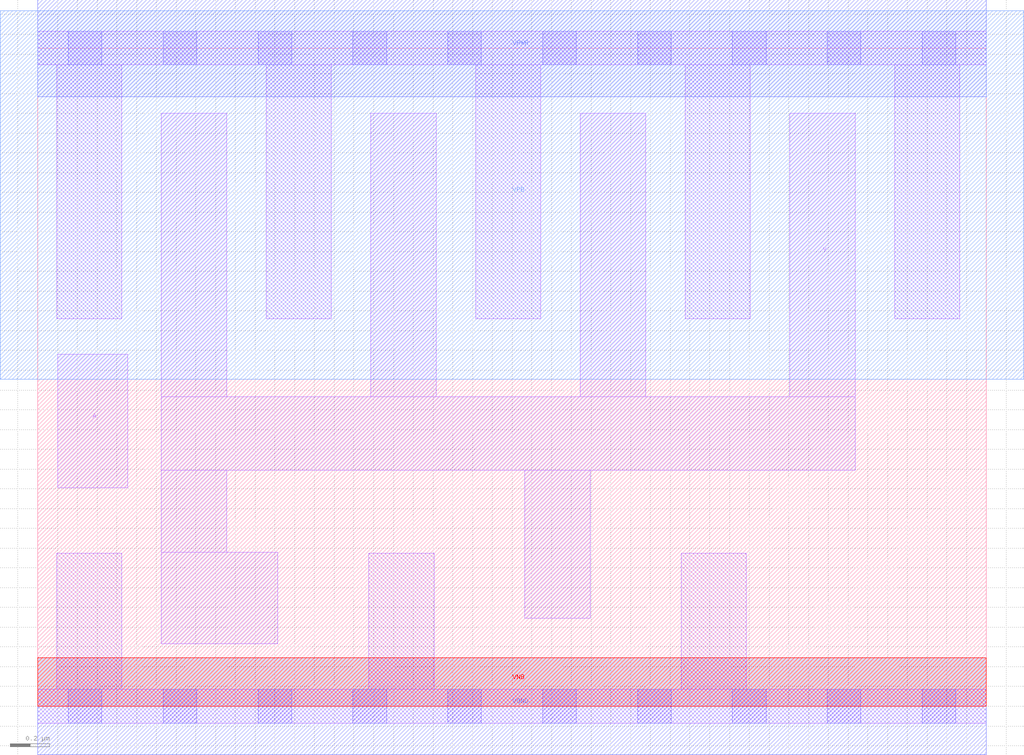
<source format=lef>
# Copyright 2020 The SkyWater PDK Authors
#
# Licensed under the Apache License, Version 2.0 (the "License");
# you may not use this file except in compliance with the License.
# You may obtain a copy of the License at
#
#     https://www.apache.org/licenses/LICENSE-2.0
#
# Unless required by applicable law or agreed to in writing, software
# distributed under the License is distributed on an "AS IS" BASIS,
# WITHOUT WARRANTIES OR CONDITIONS OF ANY KIND, either express or implied.
# See the License for the specific language governing permissions and
# limitations under the License.
#
# SPDX-License-Identifier: Apache-2.0

VERSION 5.7 ;
  NOWIREEXTENSIONATPIN ON ;
  DIVIDERCHAR "/" ;
  BUSBITCHARS "[]" ;
MACRO sky130_fd_sc_lp__clkinvlp_8
  CLASS CORE ;
  FOREIGN sky130_fd_sc_lp__clkinvlp_8 ;
  ORIGIN  0.000000  0.000000 ;
  SIZE  4.800000 BY  3.330000 ;
  SYMMETRY X Y R90 ;
  SITE unit ;
  PIN A
    ANTENNAGATEAREA  2.660000 ;
    DIRECTION INPUT ;
    USE SIGNAL ;
    PORT
      LAYER li1 ;
        RECT 0.100000 1.105000 0.455000 1.780000 ;
    END
  END A
  PIN Y
    ANTENNADIFFAREA  1.428000 ;
    DIRECTION OUTPUT ;
    USE SIGNAL ;
    PORT
      LAYER li1 ;
        RECT 0.625000 0.315000 1.215000 0.780000 ;
        RECT 0.625000 0.780000 0.955000 1.195000 ;
        RECT 0.625000 1.195000 4.135000 1.565000 ;
        RECT 0.625000 1.565000 0.955000 3.000000 ;
        RECT 1.685000 1.565000 2.015000 3.000000 ;
        RECT 2.465000 0.445000 2.795000 1.195000 ;
        RECT 2.745000 1.565000 3.075000 3.000000 ;
        RECT 3.805000 1.565000 4.135000 3.000000 ;
    END
  END Y
  PIN VGND
    DIRECTION INOUT ;
    USE GROUND ;
    PORT
      LAYER met1 ;
        RECT 0.000000 -0.245000 4.800000 0.245000 ;
    END
  END VGND
  PIN VNB
    DIRECTION INOUT ;
    USE GROUND ;
    PORT
      LAYER pwell ;
        RECT 0.000000 0.000000 4.800000 0.245000 ;
    END
  END VNB
  PIN VPB
    DIRECTION INOUT ;
    USE POWER ;
    PORT
      LAYER nwell ;
        RECT -0.190000 1.655000 4.990000 3.520000 ;
    END
  END VPB
  PIN VPWR
    DIRECTION INOUT ;
    USE POWER ;
    PORT
      LAYER met1 ;
        RECT 0.000000 3.085000 4.800000 3.575000 ;
    END
  END VPWR
  OBS
    LAYER li1 ;
      RECT 0.000000 -0.085000 4.800000 0.085000 ;
      RECT 0.000000  3.245000 4.800000 3.415000 ;
      RECT 0.095000  0.085000 0.425000 0.775000 ;
      RECT 0.095000  1.960000 0.425000 3.245000 ;
      RECT 1.155000  1.960000 1.485000 3.245000 ;
      RECT 1.675000  0.085000 2.005000 0.775000 ;
      RECT 2.215000  1.960000 2.545000 3.245000 ;
      RECT 3.255000  0.085000 3.585000 0.775000 ;
      RECT 3.275000  1.960000 3.605000 3.245000 ;
      RECT 4.335000  1.960000 4.665000 3.245000 ;
    LAYER mcon ;
      RECT 0.155000 -0.085000 0.325000 0.085000 ;
      RECT 0.155000  3.245000 0.325000 3.415000 ;
      RECT 0.635000 -0.085000 0.805000 0.085000 ;
      RECT 0.635000  3.245000 0.805000 3.415000 ;
      RECT 1.115000 -0.085000 1.285000 0.085000 ;
      RECT 1.115000  3.245000 1.285000 3.415000 ;
      RECT 1.595000 -0.085000 1.765000 0.085000 ;
      RECT 1.595000  3.245000 1.765000 3.415000 ;
      RECT 2.075000 -0.085000 2.245000 0.085000 ;
      RECT 2.075000  3.245000 2.245000 3.415000 ;
      RECT 2.555000 -0.085000 2.725000 0.085000 ;
      RECT 2.555000  3.245000 2.725000 3.415000 ;
      RECT 3.035000 -0.085000 3.205000 0.085000 ;
      RECT 3.035000  3.245000 3.205000 3.415000 ;
      RECT 3.515000 -0.085000 3.685000 0.085000 ;
      RECT 3.515000  3.245000 3.685000 3.415000 ;
      RECT 3.995000 -0.085000 4.165000 0.085000 ;
      RECT 3.995000  3.245000 4.165000 3.415000 ;
      RECT 4.475000 -0.085000 4.645000 0.085000 ;
      RECT 4.475000  3.245000 4.645000 3.415000 ;
  END
END sky130_fd_sc_lp__clkinvlp_8
END LIBRARY

</source>
